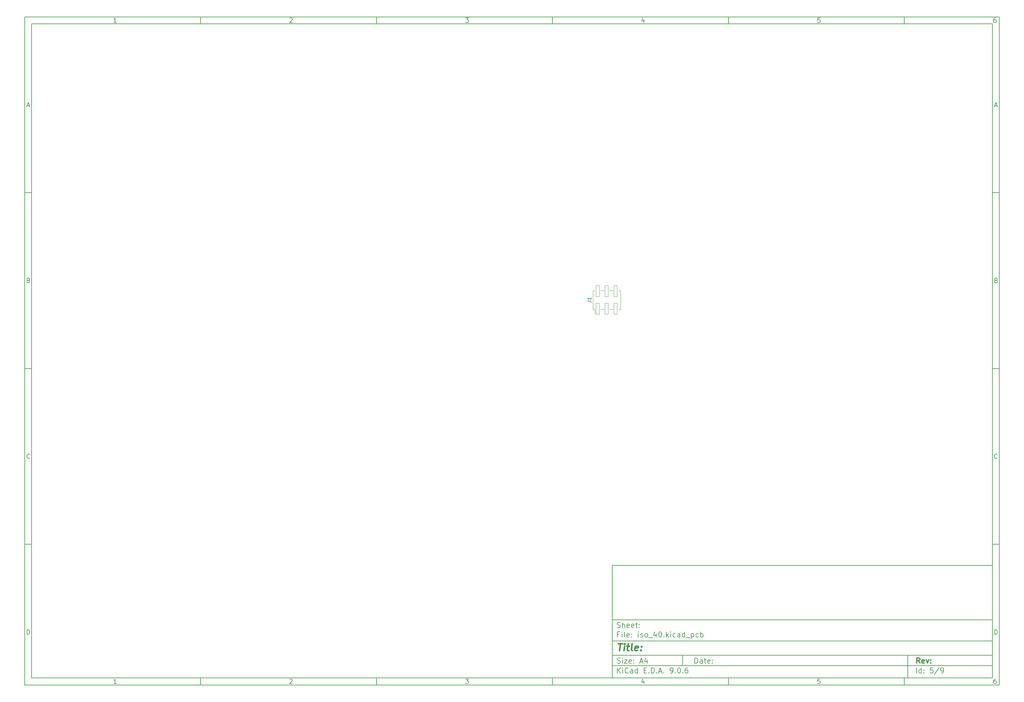
<source format=gto>
%TF.GenerationSoftware,KiCad,Pcbnew,9.0.6*%
%TF.CreationDate,2025-12-20T11:42:01+11:00*%
%TF.ProjectId,iso_40,69736f5f-3430-42e6-9b69-6361645f7063,rev?*%
%TF.SameCoordinates,Original*%
%TF.FileFunction,Legend,Top*%
%TF.FilePolarity,Positive*%
%FSLAX46Y46*%
G04 Gerber Fmt 4.6, Leading zero omitted, Abs format (unit mm)*
G04 Created by KiCad (PCBNEW 9.0.6) date 2025-12-20 11:42:01*
%MOMM*%
%LPD*%
G01*
G04 APERTURE LIST*
G04 Aperture macros list*
%AMRoundRect*
0 Rectangle with rounded corners*
0 $1 Rounding radius*
0 $2 $3 $4 $5 $6 $7 $8 $9 X,Y pos of 4 corners*
0 Add a 4 corners polygon primitive as box body*
4,1,4,$2,$3,$4,$5,$6,$7,$8,$9,$2,$3,0*
0 Add four circle primitives for the rounded corners*
1,1,$1+$1,$2,$3*
1,1,$1+$1,$4,$5*
1,1,$1+$1,$6,$7*
1,1,$1+$1,$8,$9*
0 Add four rect primitives between the rounded corners*
20,1,$1+$1,$2,$3,$4,$5,0*
20,1,$1+$1,$4,$5,$6,$7,0*
20,1,$1+$1,$6,$7,$8,$9,0*
20,1,$1+$1,$8,$9,$2,$3,0*%
G04 Aperture macros list end*
%ADD10C,0.100000*%
%ADD11C,0.150000*%
%ADD12C,0.300000*%
%ADD13C,0.400000*%
%ADD14C,0.120000*%
%ADD15C,0.750000*%
%ADD16C,1.850000*%
%ADD17C,4.087800*%
%ADD18C,3.148000*%
%ADD19C,2.350000*%
%ADD20RoundRect,0.050000X0.500000X-1.575000X0.500000X1.575000X-0.500000X1.575000X-0.500000X-1.575000X0*%
G04 APERTURE END LIST*
D10*
D11*
X177002200Y-166007200D02*
X285002200Y-166007200D01*
X285002200Y-198007200D01*
X177002200Y-198007200D01*
X177002200Y-166007200D01*
D10*
D11*
X10000000Y-10000000D02*
X287002200Y-10000000D01*
X287002200Y-200007200D01*
X10000000Y-200007200D01*
X10000000Y-10000000D01*
D10*
D11*
X12000000Y-12000000D02*
X285002200Y-12000000D01*
X285002200Y-198007200D01*
X12000000Y-198007200D01*
X12000000Y-12000000D01*
D10*
D11*
X60000000Y-12000000D02*
X60000000Y-10000000D01*
D10*
D11*
X110000000Y-12000000D02*
X110000000Y-10000000D01*
D10*
D11*
X160000000Y-12000000D02*
X160000000Y-10000000D01*
D10*
D11*
X210000000Y-12000000D02*
X210000000Y-10000000D01*
D10*
D11*
X260000000Y-12000000D02*
X260000000Y-10000000D01*
D10*
D11*
X36089160Y-11593604D02*
X35346303Y-11593604D01*
X35717731Y-11593604D02*
X35717731Y-10293604D01*
X35717731Y-10293604D02*
X35593922Y-10479319D01*
X35593922Y-10479319D02*
X35470112Y-10603128D01*
X35470112Y-10603128D02*
X35346303Y-10665033D01*
D10*
D11*
X85346303Y-10417414D02*
X85408207Y-10355509D01*
X85408207Y-10355509D02*
X85532017Y-10293604D01*
X85532017Y-10293604D02*
X85841541Y-10293604D01*
X85841541Y-10293604D02*
X85965350Y-10355509D01*
X85965350Y-10355509D02*
X86027255Y-10417414D01*
X86027255Y-10417414D02*
X86089160Y-10541223D01*
X86089160Y-10541223D02*
X86089160Y-10665033D01*
X86089160Y-10665033D02*
X86027255Y-10850747D01*
X86027255Y-10850747D02*
X85284398Y-11593604D01*
X85284398Y-11593604D02*
X86089160Y-11593604D01*
D10*
D11*
X135284398Y-10293604D02*
X136089160Y-10293604D01*
X136089160Y-10293604D02*
X135655826Y-10788842D01*
X135655826Y-10788842D02*
X135841541Y-10788842D01*
X135841541Y-10788842D02*
X135965350Y-10850747D01*
X135965350Y-10850747D02*
X136027255Y-10912652D01*
X136027255Y-10912652D02*
X136089160Y-11036461D01*
X136089160Y-11036461D02*
X136089160Y-11345985D01*
X136089160Y-11345985D02*
X136027255Y-11469795D01*
X136027255Y-11469795D02*
X135965350Y-11531700D01*
X135965350Y-11531700D02*
X135841541Y-11593604D01*
X135841541Y-11593604D02*
X135470112Y-11593604D01*
X135470112Y-11593604D02*
X135346303Y-11531700D01*
X135346303Y-11531700D02*
X135284398Y-11469795D01*
D10*
D11*
X185965350Y-10726938D02*
X185965350Y-11593604D01*
X185655826Y-10231700D02*
X185346303Y-11160271D01*
X185346303Y-11160271D02*
X186151064Y-11160271D01*
D10*
D11*
X236027255Y-10293604D02*
X235408207Y-10293604D01*
X235408207Y-10293604D02*
X235346303Y-10912652D01*
X235346303Y-10912652D02*
X235408207Y-10850747D01*
X235408207Y-10850747D02*
X235532017Y-10788842D01*
X235532017Y-10788842D02*
X235841541Y-10788842D01*
X235841541Y-10788842D02*
X235965350Y-10850747D01*
X235965350Y-10850747D02*
X236027255Y-10912652D01*
X236027255Y-10912652D02*
X236089160Y-11036461D01*
X236089160Y-11036461D02*
X236089160Y-11345985D01*
X236089160Y-11345985D02*
X236027255Y-11469795D01*
X236027255Y-11469795D02*
X235965350Y-11531700D01*
X235965350Y-11531700D02*
X235841541Y-11593604D01*
X235841541Y-11593604D02*
X235532017Y-11593604D01*
X235532017Y-11593604D02*
X235408207Y-11531700D01*
X235408207Y-11531700D02*
X235346303Y-11469795D01*
D10*
D11*
X285965350Y-10293604D02*
X285717731Y-10293604D01*
X285717731Y-10293604D02*
X285593922Y-10355509D01*
X285593922Y-10355509D02*
X285532017Y-10417414D01*
X285532017Y-10417414D02*
X285408207Y-10603128D01*
X285408207Y-10603128D02*
X285346303Y-10850747D01*
X285346303Y-10850747D02*
X285346303Y-11345985D01*
X285346303Y-11345985D02*
X285408207Y-11469795D01*
X285408207Y-11469795D02*
X285470112Y-11531700D01*
X285470112Y-11531700D02*
X285593922Y-11593604D01*
X285593922Y-11593604D02*
X285841541Y-11593604D01*
X285841541Y-11593604D02*
X285965350Y-11531700D01*
X285965350Y-11531700D02*
X286027255Y-11469795D01*
X286027255Y-11469795D02*
X286089160Y-11345985D01*
X286089160Y-11345985D02*
X286089160Y-11036461D01*
X286089160Y-11036461D02*
X286027255Y-10912652D01*
X286027255Y-10912652D02*
X285965350Y-10850747D01*
X285965350Y-10850747D02*
X285841541Y-10788842D01*
X285841541Y-10788842D02*
X285593922Y-10788842D01*
X285593922Y-10788842D02*
X285470112Y-10850747D01*
X285470112Y-10850747D02*
X285408207Y-10912652D01*
X285408207Y-10912652D02*
X285346303Y-11036461D01*
D10*
D11*
X60000000Y-198007200D02*
X60000000Y-200007200D01*
D10*
D11*
X110000000Y-198007200D02*
X110000000Y-200007200D01*
D10*
D11*
X160000000Y-198007200D02*
X160000000Y-200007200D01*
D10*
D11*
X210000000Y-198007200D02*
X210000000Y-200007200D01*
D10*
D11*
X260000000Y-198007200D02*
X260000000Y-200007200D01*
D10*
D11*
X36089160Y-199600804D02*
X35346303Y-199600804D01*
X35717731Y-199600804D02*
X35717731Y-198300804D01*
X35717731Y-198300804D02*
X35593922Y-198486519D01*
X35593922Y-198486519D02*
X35470112Y-198610328D01*
X35470112Y-198610328D02*
X35346303Y-198672233D01*
D10*
D11*
X85346303Y-198424614D02*
X85408207Y-198362709D01*
X85408207Y-198362709D02*
X85532017Y-198300804D01*
X85532017Y-198300804D02*
X85841541Y-198300804D01*
X85841541Y-198300804D02*
X85965350Y-198362709D01*
X85965350Y-198362709D02*
X86027255Y-198424614D01*
X86027255Y-198424614D02*
X86089160Y-198548423D01*
X86089160Y-198548423D02*
X86089160Y-198672233D01*
X86089160Y-198672233D02*
X86027255Y-198857947D01*
X86027255Y-198857947D02*
X85284398Y-199600804D01*
X85284398Y-199600804D02*
X86089160Y-199600804D01*
D10*
D11*
X135284398Y-198300804D02*
X136089160Y-198300804D01*
X136089160Y-198300804D02*
X135655826Y-198796042D01*
X135655826Y-198796042D02*
X135841541Y-198796042D01*
X135841541Y-198796042D02*
X135965350Y-198857947D01*
X135965350Y-198857947D02*
X136027255Y-198919852D01*
X136027255Y-198919852D02*
X136089160Y-199043661D01*
X136089160Y-199043661D02*
X136089160Y-199353185D01*
X136089160Y-199353185D02*
X136027255Y-199476995D01*
X136027255Y-199476995D02*
X135965350Y-199538900D01*
X135965350Y-199538900D02*
X135841541Y-199600804D01*
X135841541Y-199600804D02*
X135470112Y-199600804D01*
X135470112Y-199600804D02*
X135346303Y-199538900D01*
X135346303Y-199538900D02*
X135284398Y-199476995D01*
D10*
D11*
X185965350Y-198734138D02*
X185965350Y-199600804D01*
X185655826Y-198238900D02*
X185346303Y-199167471D01*
X185346303Y-199167471D02*
X186151064Y-199167471D01*
D10*
D11*
X236027255Y-198300804D02*
X235408207Y-198300804D01*
X235408207Y-198300804D02*
X235346303Y-198919852D01*
X235346303Y-198919852D02*
X235408207Y-198857947D01*
X235408207Y-198857947D02*
X235532017Y-198796042D01*
X235532017Y-198796042D02*
X235841541Y-198796042D01*
X235841541Y-198796042D02*
X235965350Y-198857947D01*
X235965350Y-198857947D02*
X236027255Y-198919852D01*
X236027255Y-198919852D02*
X236089160Y-199043661D01*
X236089160Y-199043661D02*
X236089160Y-199353185D01*
X236089160Y-199353185D02*
X236027255Y-199476995D01*
X236027255Y-199476995D02*
X235965350Y-199538900D01*
X235965350Y-199538900D02*
X235841541Y-199600804D01*
X235841541Y-199600804D02*
X235532017Y-199600804D01*
X235532017Y-199600804D02*
X235408207Y-199538900D01*
X235408207Y-199538900D02*
X235346303Y-199476995D01*
D10*
D11*
X285965350Y-198300804D02*
X285717731Y-198300804D01*
X285717731Y-198300804D02*
X285593922Y-198362709D01*
X285593922Y-198362709D02*
X285532017Y-198424614D01*
X285532017Y-198424614D02*
X285408207Y-198610328D01*
X285408207Y-198610328D02*
X285346303Y-198857947D01*
X285346303Y-198857947D02*
X285346303Y-199353185D01*
X285346303Y-199353185D02*
X285408207Y-199476995D01*
X285408207Y-199476995D02*
X285470112Y-199538900D01*
X285470112Y-199538900D02*
X285593922Y-199600804D01*
X285593922Y-199600804D02*
X285841541Y-199600804D01*
X285841541Y-199600804D02*
X285965350Y-199538900D01*
X285965350Y-199538900D02*
X286027255Y-199476995D01*
X286027255Y-199476995D02*
X286089160Y-199353185D01*
X286089160Y-199353185D02*
X286089160Y-199043661D01*
X286089160Y-199043661D02*
X286027255Y-198919852D01*
X286027255Y-198919852D02*
X285965350Y-198857947D01*
X285965350Y-198857947D02*
X285841541Y-198796042D01*
X285841541Y-198796042D02*
X285593922Y-198796042D01*
X285593922Y-198796042D02*
X285470112Y-198857947D01*
X285470112Y-198857947D02*
X285408207Y-198919852D01*
X285408207Y-198919852D02*
X285346303Y-199043661D01*
D10*
D11*
X10000000Y-60000000D02*
X12000000Y-60000000D01*
D10*
D11*
X10000000Y-110000000D02*
X12000000Y-110000000D01*
D10*
D11*
X10000000Y-160000000D02*
X12000000Y-160000000D01*
D10*
D11*
X10690476Y-35222176D02*
X11309523Y-35222176D01*
X10566666Y-35593604D02*
X10999999Y-34293604D01*
X10999999Y-34293604D02*
X11433333Y-35593604D01*
D10*
D11*
X11092857Y-84912652D02*
X11278571Y-84974557D01*
X11278571Y-84974557D02*
X11340476Y-85036461D01*
X11340476Y-85036461D02*
X11402380Y-85160271D01*
X11402380Y-85160271D02*
X11402380Y-85345985D01*
X11402380Y-85345985D02*
X11340476Y-85469795D01*
X11340476Y-85469795D02*
X11278571Y-85531700D01*
X11278571Y-85531700D02*
X11154761Y-85593604D01*
X11154761Y-85593604D02*
X10659523Y-85593604D01*
X10659523Y-85593604D02*
X10659523Y-84293604D01*
X10659523Y-84293604D02*
X11092857Y-84293604D01*
X11092857Y-84293604D02*
X11216666Y-84355509D01*
X11216666Y-84355509D02*
X11278571Y-84417414D01*
X11278571Y-84417414D02*
X11340476Y-84541223D01*
X11340476Y-84541223D02*
X11340476Y-84665033D01*
X11340476Y-84665033D02*
X11278571Y-84788842D01*
X11278571Y-84788842D02*
X11216666Y-84850747D01*
X11216666Y-84850747D02*
X11092857Y-84912652D01*
X11092857Y-84912652D02*
X10659523Y-84912652D01*
D10*
D11*
X11402380Y-135469795D02*
X11340476Y-135531700D01*
X11340476Y-135531700D02*
X11154761Y-135593604D01*
X11154761Y-135593604D02*
X11030952Y-135593604D01*
X11030952Y-135593604D02*
X10845238Y-135531700D01*
X10845238Y-135531700D02*
X10721428Y-135407890D01*
X10721428Y-135407890D02*
X10659523Y-135284080D01*
X10659523Y-135284080D02*
X10597619Y-135036461D01*
X10597619Y-135036461D02*
X10597619Y-134850747D01*
X10597619Y-134850747D02*
X10659523Y-134603128D01*
X10659523Y-134603128D02*
X10721428Y-134479319D01*
X10721428Y-134479319D02*
X10845238Y-134355509D01*
X10845238Y-134355509D02*
X11030952Y-134293604D01*
X11030952Y-134293604D02*
X11154761Y-134293604D01*
X11154761Y-134293604D02*
X11340476Y-134355509D01*
X11340476Y-134355509D02*
X11402380Y-134417414D01*
D10*
D11*
X10659523Y-185593604D02*
X10659523Y-184293604D01*
X10659523Y-184293604D02*
X10969047Y-184293604D01*
X10969047Y-184293604D02*
X11154761Y-184355509D01*
X11154761Y-184355509D02*
X11278571Y-184479319D01*
X11278571Y-184479319D02*
X11340476Y-184603128D01*
X11340476Y-184603128D02*
X11402380Y-184850747D01*
X11402380Y-184850747D02*
X11402380Y-185036461D01*
X11402380Y-185036461D02*
X11340476Y-185284080D01*
X11340476Y-185284080D02*
X11278571Y-185407890D01*
X11278571Y-185407890D02*
X11154761Y-185531700D01*
X11154761Y-185531700D02*
X10969047Y-185593604D01*
X10969047Y-185593604D02*
X10659523Y-185593604D01*
D10*
D11*
X287002200Y-60000000D02*
X285002200Y-60000000D01*
D10*
D11*
X287002200Y-110000000D02*
X285002200Y-110000000D01*
D10*
D11*
X287002200Y-160000000D02*
X285002200Y-160000000D01*
D10*
D11*
X285692676Y-35222176D02*
X286311723Y-35222176D01*
X285568866Y-35593604D02*
X286002199Y-34293604D01*
X286002199Y-34293604D02*
X286435533Y-35593604D01*
D10*
D11*
X286095057Y-84912652D02*
X286280771Y-84974557D01*
X286280771Y-84974557D02*
X286342676Y-85036461D01*
X286342676Y-85036461D02*
X286404580Y-85160271D01*
X286404580Y-85160271D02*
X286404580Y-85345985D01*
X286404580Y-85345985D02*
X286342676Y-85469795D01*
X286342676Y-85469795D02*
X286280771Y-85531700D01*
X286280771Y-85531700D02*
X286156961Y-85593604D01*
X286156961Y-85593604D02*
X285661723Y-85593604D01*
X285661723Y-85593604D02*
X285661723Y-84293604D01*
X285661723Y-84293604D02*
X286095057Y-84293604D01*
X286095057Y-84293604D02*
X286218866Y-84355509D01*
X286218866Y-84355509D02*
X286280771Y-84417414D01*
X286280771Y-84417414D02*
X286342676Y-84541223D01*
X286342676Y-84541223D02*
X286342676Y-84665033D01*
X286342676Y-84665033D02*
X286280771Y-84788842D01*
X286280771Y-84788842D02*
X286218866Y-84850747D01*
X286218866Y-84850747D02*
X286095057Y-84912652D01*
X286095057Y-84912652D02*
X285661723Y-84912652D01*
D10*
D11*
X286404580Y-135469795D02*
X286342676Y-135531700D01*
X286342676Y-135531700D02*
X286156961Y-135593604D01*
X286156961Y-135593604D02*
X286033152Y-135593604D01*
X286033152Y-135593604D02*
X285847438Y-135531700D01*
X285847438Y-135531700D02*
X285723628Y-135407890D01*
X285723628Y-135407890D02*
X285661723Y-135284080D01*
X285661723Y-135284080D02*
X285599819Y-135036461D01*
X285599819Y-135036461D02*
X285599819Y-134850747D01*
X285599819Y-134850747D02*
X285661723Y-134603128D01*
X285661723Y-134603128D02*
X285723628Y-134479319D01*
X285723628Y-134479319D02*
X285847438Y-134355509D01*
X285847438Y-134355509D02*
X286033152Y-134293604D01*
X286033152Y-134293604D02*
X286156961Y-134293604D01*
X286156961Y-134293604D02*
X286342676Y-134355509D01*
X286342676Y-134355509D02*
X286404580Y-134417414D01*
D10*
D11*
X285661723Y-185593604D02*
X285661723Y-184293604D01*
X285661723Y-184293604D02*
X285971247Y-184293604D01*
X285971247Y-184293604D02*
X286156961Y-184355509D01*
X286156961Y-184355509D02*
X286280771Y-184479319D01*
X286280771Y-184479319D02*
X286342676Y-184603128D01*
X286342676Y-184603128D02*
X286404580Y-184850747D01*
X286404580Y-184850747D02*
X286404580Y-185036461D01*
X286404580Y-185036461D02*
X286342676Y-185284080D01*
X286342676Y-185284080D02*
X286280771Y-185407890D01*
X286280771Y-185407890D02*
X286156961Y-185531700D01*
X286156961Y-185531700D02*
X285971247Y-185593604D01*
X285971247Y-185593604D02*
X285661723Y-185593604D01*
D10*
D11*
X200458026Y-193793328D02*
X200458026Y-192293328D01*
X200458026Y-192293328D02*
X200815169Y-192293328D01*
X200815169Y-192293328D02*
X201029455Y-192364757D01*
X201029455Y-192364757D02*
X201172312Y-192507614D01*
X201172312Y-192507614D02*
X201243741Y-192650471D01*
X201243741Y-192650471D02*
X201315169Y-192936185D01*
X201315169Y-192936185D02*
X201315169Y-193150471D01*
X201315169Y-193150471D02*
X201243741Y-193436185D01*
X201243741Y-193436185D02*
X201172312Y-193579042D01*
X201172312Y-193579042D02*
X201029455Y-193721900D01*
X201029455Y-193721900D02*
X200815169Y-193793328D01*
X200815169Y-193793328D02*
X200458026Y-193793328D01*
X202600884Y-193793328D02*
X202600884Y-193007614D01*
X202600884Y-193007614D02*
X202529455Y-192864757D01*
X202529455Y-192864757D02*
X202386598Y-192793328D01*
X202386598Y-192793328D02*
X202100884Y-192793328D01*
X202100884Y-192793328D02*
X201958026Y-192864757D01*
X202600884Y-193721900D02*
X202458026Y-193793328D01*
X202458026Y-193793328D02*
X202100884Y-193793328D01*
X202100884Y-193793328D02*
X201958026Y-193721900D01*
X201958026Y-193721900D02*
X201886598Y-193579042D01*
X201886598Y-193579042D02*
X201886598Y-193436185D01*
X201886598Y-193436185D02*
X201958026Y-193293328D01*
X201958026Y-193293328D02*
X202100884Y-193221900D01*
X202100884Y-193221900D02*
X202458026Y-193221900D01*
X202458026Y-193221900D02*
X202600884Y-193150471D01*
X203100884Y-192793328D02*
X203672312Y-192793328D01*
X203315169Y-192293328D02*
X203315169Y-193579042D01*
X203315169Y-193579042D02*
X203386598Y-193721900D01*
X203386598Y-193721900D02*
X203529455Y-193793328D01*
X203529455Y-193793328D02*
X203672312Y-193793328D01*
X204743741Y-193721900D02*
X204600884Y-193793328D01*
X204600884Y-193793328D02*
X204315170Y-193793328D01*
X204315170Y-193793328D02*
X204172312Y-193721900D01*
X204172312Y-193721900D02*
X204100884Y-193579042D01*
X204100884Y-193579042D02*
X204100884Y-193007614D01*
X204100884Y-193007614D02*
X204172312Y-192864757D01*
X204172312Y-192864757D02*
X204315170Y-192793328D01*
X204315170Y-192793328D02*
X204600884Y-192793328D01*
X204600884Y-192793328D02*
X204743741Y-192864757D01*
X204743741Y-192864757D02*
X204815170Y-193007614D01*
X204815170Y-193007614D02*
X204815170Y-193150471D01*
X204815170Y-193150471D02*
X204100884Y-193293328D01*
X205458026Y-193650471D02*
X205529455Y-193721900D01*
X205529455Y-193721900D02*
X205458026Y-193793328D01*
X205458026Y-193793328D02*
X205386598Y-193721900D01*
X205386598Y-193721900D02*
X205458026Y-193650471D01*
X205458026Y-193650471D02*
X205458026Y-193793328D01*
X205458026Y-192864757D02*
X205529455Y-192936185D01*
X205529455Y-192936185D02*
X205458026Y-193007614D01*
X205458026Y-193007614D02*
X205386598Y-192936185D01*
X205386598Y-192936185D02*
X205458026Y-192864757D01*
X205458026Y-192864757D02*
X205458026Y-193007614D01*
D10*
D11*
X177002200Y-194507200D02*
X285002200Y-194507200D01*
D10*
D11*
X178458026Y-196593328D02*
X178458026Y-195093328D01*
X179315169Y-196593328D02*
X178672312Y-195736185D01*
X179315169Y-195093328D02*
X178458026Y-195950471D01*
X179958026Y-196593328D02*
X179958026Y-195593328D01*
X179958026Y-195093328D02*
X179886598Y-195164757D01*
X179886598Y-195164757D02*
X179958026Y-195236185D01*
X179958026Y-195236185D02*
X180029455Y-195164757D01*
X180029455Y-195164757D02*
X179958026Y-195093328D01*
X179958026Y-195093328D02*
X179958026Y-195236185D01*
X181529455Y-196450471D02*
X181458027Y-196521900D01*
X181458027Y-196521900D02*
X181243741Y-196593328D01*
X181243741Y-196593328D02*
X181100884Y-196593328D01*
X181100884Y-196593328D02*
X180886598Y-196521900D01*
X180886598Y-196521900D02*
X180743741Y-196379042D01*
X180743741Y-196379042D02*
X180672312Y-196236185D01*
X180672312Y-196236185D02*
X180600884Y-195950471D01*
X180600884Y-195950471D02*
X180600884Y-195736185D01*
X180600884Y-195736185D02*
X180672312Y-195450471D01*
X180672312Y-195450471D02*
X180743741Y-195307614D01*
X180743741Y-195307614D02*
X180886598Y-195164757D01*
X180886598Y-195164757D02*
X181100884Y-195093328D01*
X181100884Y-195093328D02*
X181243741Y-195093328D01*
X181243741Y-195093328D02*
X181458027Y-195164757D01*
X181458027Y-195164757D02*
X181529455Y-195236185D01*
X182815170Y-196593328D02*
X182815170Y-195807614D01*
X182815170Y-195807614D02*
X182743741Y-195664757D01*
X182743741Y-195664757D02*
X182600884Y-195593328D01*
X182600884Y-195593328D02*
X182315170Y-195593328D01*
X182315170Y-195593328D02*
X182172312Y-195664757D01*
X182815170Y-196521900D02*
X182672312Y-196593328D01*
X182672312Y-196593328D02*
X182315170Y-196593328D01*
X182315170Y-196593328D02*
X182172312Y-196521900D01*
X182172312Y-196521900D02*
X182100884Y-196379042D01*
X182100884Y-196379042D02*
X182100884Y-196236185D01*
X182100884Y-196236185D02*
X182172312Y-196093328D01*
X182172312Y-196093328D02*
X182315170Y-196021900D01*
X182315170Y-196021900D02*
X182672312Y-196021900D01*
X182672312Y-196021900D02*
X182815170Y-195950471D01*
X184172313Y-196593328D02*
X184172313Y-195093328D01*
X184172313Y-196521900D02*
X184029455Y-196593328D01*
X184029455Y-196593328D02*
X183743741Y-196593328D01*
X183743741Y-196593328D02*
X183600884Y-196521900D01*
X183600884Y-196521900D02*
X183529455Y-196450471D01*
X183529455Y-196450471D02*
X183458027Y-196307614D01*
X183458027Y-196307614D02*
X183458027Y-195879042D01*
X183458027Y-195879042D02*
X183529455Y-195736185D01*
X183529455Y-195736185D02*
X183600884Y-195664757D01*
X183600884Y-195664757D02*
X183743741Y-195593328D01*
X183743741Y-195593328D02*
X184029455Y-195593328D01*
X184029455Y-195593328D02*
X184172313Y-195664757D01*
X186029455Y-195807614D02*
X186529455Y-195807614D01*
X186743741Y-196593328D02*
X186029455Y-196593328D01*
X186029455Y-196593328D02*
X186029455Y-195093328D01*
X186029455Y-195093328D02*
X186743741Y-195093328D01*
X187386598Y-196450471D02*
X187458027Y-196521900D01*
X187458027Y-196521900D02*
X187386598Y-196593328D01*
X187386598Y-196593328D02*
X187315170Y-196521900D01*
X187315170Y-196521900D02*
X187386598Y-196450471D01*
X187386598Y-196450471D02*
X187386598Y-196593328D01*
X188100884Y-196593328D02*
X188100884Y-195093328D01*
X188100884Y-195093328D02*
X188458027Y-195093328D01*
X188458027Y-195093328D02*
X188672313Y-195164757D01*
X188672313Y-195164757D02*
X188815170Y-195307614D01*
X188815170Y-195307614D02*
X188886599Y-195450471D01*
X188886599Y-195450471D02*
X188958027Y-195736185D01*
X188958027Y-195736185D02*
X188958027Y-195950471D01*
X188958027Y-195950471D02*
X188886599Y-196236185D01*
X188886599Y-196236185D02*
X188815170Y-196379042D01*
X188815170Y-196379042D02*
X188672313Y-196521900D01*
X188672313Y-196521900D02*
X188458027Y-196593328D01*
X188458027Y-196593328D02*
X188100884Y-196593328D01*
X189600884Y-196450471D02*
X189672313Y-196521900D01*
X189672313Y-196521900D02*
X189600884Y-196593328D01*
X189600884Y-196593328D02*
X189529456Y-196521900D01*
X189529456Y-196521900D02*
X189600884Y-196450471D01*
X189600884Y-196450471D02*
X189600884Y-196593328D01*
X190243742Y-196164757D02*
X190958028Y-196164757D01*
X190100885Y-196593328D02*
X190600885Y-195093328D01*
X190600885Y-195093328D02*
X191100885Y-196593328D01*
X191600884Y-196450471D02*
X191672313Y-196521900D01*
X191672313Y-196521900D02*
X191600884Y-196593328D01*
X191600884Y-196593328D02*
X191529456Y-196521900D01*
X191529456Y-196521900D02*
X191600884Y-196450471D01*
X191600884Y-196450471D02*
X191600884Y-196593328D01*
X193529456Y-196593328D02*
X193815170Y-196593328D01*
X193815170Y-196593328D02*
X193958027Y-196521900D01*
X193958027Y-196521900D02*
X194029456Y-196450471D01*
X194029456Y-196450471D02*
X194172313Y-196236185D01*
X194172313Y-196236185D02*
X194243742Y-195950471D01*
X194243742Y-195950471D02*
X194243742Y-195379042D01*
X194243742Y-195379042D02*
X194172313Y-195236185D01*
X194172313Y-195236185D02*
X194100885Y-195164757D01*
X194100885Y-195164757D02*
X193958027Y-195093328D01*
X193958027Y-195093328D02*
X193672313Y-195093328D01*
X193672313Y-195093328D02*
X193529456Y-195164757D01*
X193529456Y-195164757D02*
X193458027Y-195236185D01*
X193458027Y-195236185D02*
X193386599Y-195379042D01*
X193386599Y-195379042D02*
X193386599Y-195736185D01*
X193386599Y-195736185D02*
X193458027Y-195879042D01*
X193458027Y-195879042D02*
X193529456Y-195950471D01*
X193529456Y-195950471D02*
X193672313Y-196021900D01*
X193672313Y-196021900D02*
X193958027Y-196021900D01*
X193958027Y-196021900D02*
X194100885Y-195950471D01*
X194100885Y-195950471D02*
X194172313Y-195879042D01*
X194172313Y-195879042D02*
X194243742Y-195736185D01*
X194886598Y-196450471D02*
X194958027Y-196521900D01*
X194958027Y-196521900D02*
X194886598Y-196593328D01*
X194886598Y-196593328D02*
X194815170Y-196521900D01*
X194815170Y-196521900D02*
X194886598Y-196450471D01*
X194886598Y-196450471D02*
X194886598Y-196593328D01*
X195886599Y-195093328D02*
X196029456Y-195093328D01*
X196029456Y-195093328D02*
X196172313Y-195164757D01*
X196172313Y-195164757D02*
X196243742Y-195236185D01*
X196243742Y-195236185D02*
X196315170Y-195379042D01*
X196315170Y-195379042D02*
X196386599Y-195664757D01*
X196386599Y-195664757D02*
X196386599Y-196021900D01*
X196386599Y-196021900D02*
X196315170Y-196307614D01*
X196315170Y-196307614D02*
X196243742Y-196450471D01*
X196243742Y-196450471D02*
X196172313Y-196521900D01*
X196172313Y-196521900D02*
X196029456Y-196593328D01*
X196029456Y-196593328D02*
X195886599Y-196593328D01*
X195886599Y-196593328D02*
X195743742Y-196521900D01*
X195743742Y-196521900D02*
X195672313Y-196450471D01*
X195672313Y-196450471D02*
X195600884Y-196307614D01*
X195600884Y-196307614D02*
X195529456Y-196021900D01*
X195529456Y-196021900D02*
X195529456Y-195664757D01*
X195529456Y-195664757D02*
X195600884Y-195379042D01*
X195600884Y-195379042D02*
X195672313Y-195236185D01*
X195672313Y-195236185D02*
X195743742Y-195164757D01*
X195743742Y-195164757D02*
X195886599Y-195093328D01*
X197029455Y-196450471D02*
X197100884Y-196521900D01*
X197100884Y-196521900D02*
X197029455Y-196593328D01*
X197029455Y-196593328D02*
X196958027Y-196521900D01*
X196958027Y-196521900D02*
X197029455Y-196450471D01*
X197029455Y-196450471D02*
X197029455Y-196593328D01*
X198386599Y-195093328D02*
X198100884Y-195093328D01*
X198100884Y-195093328D02*
X197958027Y-195164757D01*
X197958027Y-195164757D02*
X197886599Y-195236185D01*
X197886599Y-195236185D02*
X197743741Y-195450471D01*
X197743741Y-195450471D02*
X197672313Y-195736185D01*
X197672313Y-195736185D02*
X197672313Y-196307614D01*
X197672313Y-196307614D02*
X197743741Y-196450471D01*
X197743741Y-196450471D02*
X197815170Y-196521900D01*
X197815170Y-196521900D02*
X197958027Y-196593328D01*
X197958027Y-196593328D02*
X198243741Y-196593328D01*
X198243741Y-196593328D02*
X198386599Y-196521900D01*
X198386599Y-196521900D02*
X198458027Y-196450471D01*
X198458027Y-196450471D02*
X198529456Y-196307614D01*
X198529456Y-196307614D02*
X198529456Y-195950471D01*
X198529456Y-195950471D02*
X198458027Y-195807614D01*
X198458027Y-195807614D02*
X198386599Y-195736185D01*
X198386599Y-195736185D02*
X198243741Y-195664757D01*
X198243741Y-195664757D02*
X197958027Y-195664757D01*
X197958027Y-195664757D02*
X197815170Y-195736185D01*
X197815170Y-195736185D02*
X197743741Y-195807614D01*
X197743741Y-195807614D02*
X197672313Y-195950471D01*
D10*
D11*
X177002200Y-191507200D02*
X285002200Y-191507200D01*
D10*
D12*
X264413853Y-193785528D02*
X263913853Y-193071242D01*
X263556710Y-193785528D02*
X263556710Y-192285528D01*
X263556710Y-192285528D02*
X264128139Y-192285528D01*
X264128139Y-192285528D02*
X264270996Y-192356957D01*
X264270996Y-192356957D02*
X264342425Y-192428385D01*
X264342425Y-192428385D02*
X264413853Y-192571242D01*
X264413853Y-192571242D02*
X264413853Y-192785528D01*
X264413853Y-192785528D02*
X264342425Y-192928385D01*
X264342425Y-192928385D02*
X264270996Y-192999814D01*
X264270996Y-192999814D02*
X264128139Y-193071242D01*
X264128139Y-193071242D02*
X263556710Y-193071242D01*
X265628139Y-193714100D02*
X265485282Y-193785528D01*
X265485282Y-193785528D02*
X265199568Y-193785528D01*
X265199568Y-193785528D02*
X265056710Y-193714100D01*
X265056710Y-193714100D02*
X264985282Y-193571242D01*
X264985282Y-193571242D02*
X264985282Y-192999814D01*
X264985282Y-192999814D02*
X265056710Y-192856957D01*
X265056710Y-192856957D02*
X265199568Y-192785528D01*
X265199568Y-192785528D02*
X265485282Y-192785528D01*
X265485282Y-192785528D02*
X265628139Y-192856957D01*
X265628139Y-192856957D02*
X265699568Y-192999814D01*
X265699568Y-192999814D02*
X265699568Y-193142671D01*
X265699568Y-193142671D02*
X264985282Y-193285528D01*
X266199567Y-192785528D02*
X266556710Y-193785528D01*
X266556710Y-193785528D02*
X266913853Y-192785528D01*
X267485281Y-193642671D02*
X267556710Y-193714100D01*
X267556710Y-193714100D02*
X267485281Y-193785528D01*
X267485281Y-193785528D02*
X267413853Y-193714100D01*
X267413853Y-193714100D02*
X267485281Y-193642671D01*
X267485281Y-193642671D02*
X267485281Y-193785528D01*
X267485281Y-192856957D02*
X267556710Y-192928385D01*
X267556710Y-192928385D02*
X267485281Y-192999814D01*
X267485281Y-192999814D02*
X267413853Y-192928385D01*
X267413853Y-192928385D02*
X267485281Y-192856957D01*
X267485281Y-192856957D02*
X267485281Y-192999814D01*
D10*
D11*
X178386598Y-193721900D02*
X178600884Y-193793328D01*
X178600884Y-193793328D02*
X178958026Y-193793328D01*
X178958026Y-193793328D02*
X179100884Y-193721900D01*
X179100884Y-193721900D02*
X179172312Y-193650471D01*
X179172312Y-193650471D02*
X179243741Y-193507614D01*
X179243741Y-193507614D02*
X179243741Y-193364757D01*
X179243741Y-193364757D02*
X179172312Y-193221900D01*
X179172312Y-193221900D02*
X179100884Y-193150471D01*
X179100884Y-193150471D02*
X178958026Y-193079042D01*
X178958026Y-193079042D02*
X178672312Y-193007614D01*
X178672312Y-193007614D02*
X178529455Y-192936185D01*
X178529455Y-192936185D02*
X178458026Y-192864757D01*
X178458026Y-192864757D02*
X178386598Y-192721900D01*
X178386598Y-192721900D02*
X178386598Y-192579042D01*
X178386598Y-192579042D02*
X178458026Y-192436185D01*
X178458026Y-192436185D02*
X178529455Y-192364757D01*
X178529455Y-192364757D02*
X178672312Y-192293328D01*
X178672312Y-192293328D02*
X179029455Y-192293328D01*
X179029455Y-192293328D02*
X179243741Y-192364757D01*
X179886597Y-193793328D02*
X179886597Y-192793328D01*
X179886597Y-192293328D02*
X179815169Y-192364757D01*
X179815169Y-192364757D02*
X179886597Y-192436185D01*
X179886597Y-192436185D02*
X179958026Y-192364757D01*
X179958026Y-192364757D02*
X179886597Y-192293328D01*
X179886597Y-192293328D02*
X179886597Y-192436185D01*
X180458026Y-192793328D02*
X181243741Y-192793328D01*
X181243741Y-192793328D02*
X180458026Y-193793328D01*
X180458026Y-193793328D02*
X181243741Y-193793328D01*
X182386598Y-193721900D02*
X182243741Y-193793328D01*
X182243741Y-193793328D02*
X181958027Y-193793328D01*
X181958027Y-193793328D02*
X181815169Y-193721900D01*
X181815169Y-193721900D02*
X181743741Y-193579042D01*
X181743741Y-193579042D02*
X181743741Y-193007614D01*
X181743741Y-193007614D02*
X181815169Y-192864757D01*
X181815169Y-192864757D02*
X181958027Y-192793328D01*
X181958027Y-192793328D02*
X182243741Y-192793328D01*
X182243741Y-192793328D02*
X182386598Y-192864757D01*
X182386598Y-192864757D02*
X182458027Y-193007614D01*
X182458027Y-193007614D02*
X182458027Y-193150471D01*
X182458027Y-193150471D02*
X181743741Y-193293328D01*
X183100883Y-193650471D02*
X183172312Y-193721900D01*
X183172312Y-193721900D02*
X183100883Y-193793328D01*
X183100883Y-193793328D02*
X183029455Y-193721900D01*
X183029455Y-193721900D02*
X183100883Y-193650471D01*
X183100883Y-193650471D02*
X183100883Y-193793328D01*
X183100883Y-192864757D02*
X183172312Y-192936185D01*
X183172312Y-192936185D02*
X183100883Y-193007614D01*
X183100883Y-193007614D02*
X183029455Y-192936185D01*
X183029455Y-192936185D02*
X183100883Y-192864757D01*
X183100883Y-192864757D02*
X183100883Y-193007614D01*
X184886598Y-193364757D02*
X185600884Y-193364757D01*
X184743741Y-193793328D02*
X185243741Y-192293328D01*
X185243741Y-192293328D02*
X185743741Y-193793328D01*
X186886598Y-192793328D02*
X186886598Y-193793328D01*
X186529455Y-192221900D02*
X186172312Y-193293328D01*
X186172312Y-193293328D02*
X187100883Y-193293328D01*
D10*
D11*
X263458026Y-196593328D02*
X263458026Y-195093328D01*
X264815170Y-196593328D02*
X264815170Y-195093328D01*
X264815170Y-196521900D02*
X264672312Y-196593328D01*
X264672312Y-196593328D02*
X264386598Y-196593328D01*
X264386598Y-196593328D02*
X264243741Y-196521900D01*
X264243741Y-196521900D02*
X264172312Y-196450471D01*
X264172312Y-196450471D02*
X264100884Y-196307614D01*
X264100884Y-196307614D02*
X264100884Y-195879042D01*
X264100884Y-195879042D02*
X264172312Y-195736185D01*
X264172312Y-195736185D02*
X264243741Y-195664757D01*
X264243741Y-195664757D02*
X264386598Y-195593328D01*
X264386598Y-195593328D02*
X264672312Y-195593328D01*
X264672312Y-195593328D02*
X264815170Y-195664757D01*
X265529455Y-196450471D02*
X265600884Y-196521900D01*
X265600884Y-196521900D02*
X265529455Y-196593328D01*
X265529455Y-196593328D02*
X265458027Y-196521900D01*
X265458027Y-196521900D02*
X265529455Y-196450471D01*
X265529455Y-196450471D02*
X265529455Y-196593328D01*
X265529455Y-195664757D02*
X265600884Y-195736185D01*
X265600884Y-195736185D02*
X265529455Y-195807614D01*
X265529455Y-195807614D02*
X265458027Y-195736185D01*
X265458027Y-195736185D02*
X265529455Y-195664757D01*
X265529455Y-195664757D02*
X265529455Y-195807614D01*
X268100884Y-195093328D02*
X267386598Y-195093328D01*
X267386598Y-195093328D02*
X267315170Y-195807614D01*
X267315170Y-195807614D02*
X267386598Y-195736185D01*
X267386598Y-195736185D02*
X267529456Y-195664757D01*
X267529456Y-195664757D02*
X267886598Y-195664757D01*
X267886598Y-195664757D02*
X268029456Y-195736185D01*
X268029456Y-195736185D02*
X268100884Y-195807614D01*
X268100884Y-195807614D02*
X268172313Y-195950471D01*
X268172313Y-195950471D02*
X268172313Y-196307614D01*
X268172313Y-196307614D02*
X268100884Y-196450471D01*
X268100884Y-196450471D02*
X268029456Y-196521900D01*
X268029456Y-196521900D02*
X267886598Y-196593328D01*
X267886598Y-196593328D02*
X267529456Y-196593328D01*
X267529456Y-196593328D02*
X267386598Y-196521900D01*
X267386598Y-196521900D02*
X267315170Y-196450471D01*
X269886598Y-195021900D02*
X268600884Y-196950471D01*
X270458027Y-196593328D02*
X270743741Y-196593328D01*
X270743741Y-196593328D02*
X270886598Y-196521900D01*
X270886598Y-196521900D02*
X270958027Y-196450471D01*
X270958027Y-196450471D02*
X271100884Y-196236185D01*
X271100884Y-196236185D02*
X271172313Y-195950471D01*
X271172313Y-195950471D02*
X271172313Y-195379042D01*
X271172313Y-195379042D02*
X271100884Y-195236185D01*
X271100884Y-195236185D02*
X271029456Y-195164757D01*
X271029456Y-195164757D02*
X270886598Y-195093328D01*
X270886598Y-195093328D02*
X270600884Y-195093328D01*
X270600884Y-195093328D02*
X270458027Y-195164757D01*
X270458027Y-195164757D02*
X270386598Y-195236185D01*
X270386598Y-195236185D02*
X270315170Y-195379042D01*
X270315170Y-195379042D02*
X270315170Y-195736185D01*
X270315170Y-195736185D02*
X270386598Y-195879042D01*
X270386598Y-195879042D02*
X270458027Y-195950471D01*
X270458027Y-195950471D02*
X270600884Y-196021900D01*
X270600884Y-196021900D02*
X270886598Y-196021900D01*
X270886598Y-196021900D02*
X271029456Y-195950471D01*
X271029456Y-195950471D02*
X271100884Y-195879042D01*
X271100884Y-195879042D02*
X271172313Y-195736185D01*
D10*
D11*
X177002200Y-187507200D02*
X285002200Y-187507200D01*
D10*
D13*
X178693928Y-188211638D02*
X179836785Y-188211638D01*
X179015357Y-190211638D02*
X179265357Y-188211638D01*
X180253452Y-190211638D02*
X180420119Y-188878304D01*
X180503452Y-188211638D02*
X180396309Y-188306876D01*
X180396309Y-188306876D02*
X180479643Y-188402114D01*
X180479643Y-188402114D02*
X180586786Y-188306876D01*
X180586786Y-188306876D02*
X180503452Y-188211638D01*
X180503452Y-188211638D02*
X180479643Y-188402114D01*
X181086786Y-188878304D02*
X181848690Y-188878304D01*
X181455833Y-188211638D02*
X181241548Y-189925923D01*
X181241548Y-189925923D02*
X181312976Y-190116400D01*
X181312976Y-190116400D02*
X181491548Y-190211638D01*
X181491548Y-190211638D02*
X181682024Y-190211638D01*
X182634405Y-190211638D02*
X182455833Y-190116400D01*
X182455833Y-190116400D02*
X182384405Y-189925923D01*
X182384405Y-189925923D02*
X182598690Y-188211638D01*
X184170119Y-190116400D02*
X183967738Y-190211638D01*
X183967738Y-190211638D02*
X183586785Y-190211638D01*
X183586785Y-190211638D02*
X183408214Y-190116400D01*
X183408214Y-190116400D02*
X183336785Y-189925923D01*
X183336785Y-189925923D02*
X183432024Y-189164019D01*
X183432024Y-189164019D02*
X183551071Y-188973542D01*
X183551071Y-188973542D02*
X183753452Y-188878304D01*
X183753452Y-188878304D02*
X184134404Y-188878304D01*
X184134404Y-188878304D02*
X184312976Y-188973542D01*
X184312976Y-188973542D02*
X184384404Y-189164019D01*
X184384404Y-189164019D02*
X184360595Y-189354495D01*
X184360595Y-189354495D02*
X183384404Y-189544971D01*
X185134405Y-190021161D02*
X185217738Y-190116400D01*
X185217738Y-190116400D02*
X185110595Y-190211638D01*
X185110595Y-190211638D02*
X185027262Y-190116400D01*
X185027262Y-190116400D02*
X185134405Y-190021161D01*
X185134405Y-190021161D02*
X185110595Y-190211638D01*
X185265357Y-188973542D02*
X185348690Y-189068780D01*
X185348690Y-189068780D02*
X185241548Y-189164019D01*
X185241548Y-189164019D02*
X185158214Y-189068780D01*
X185158214Y-189068780D02*
X185265357Y-188973542D01*
X185265357Y-188973542D02*
X185241548Y-189164019D01*
D10*
D11*
X178958026Y-185607614D02*
X178458026Y-185607614D01*
X178458026Y-186393328D02*
X178458026Y-184893328D01*
X178458026Y-184893328D02*
X179172312Y-184893328D01*
X179743740Y-186393328D02*
X179743740Y-185393328D01*
X179743740Y-184893328D02*
X179672312Y-184964757D01*
X179672312Y-184964757D02*
X179743740Y-185036185D01*
X179743740Y-185036185D02*
X179815169Y-184964757D01*
X179815169Y-184964757D02*
X179743740Y-184893328D01*
X179743740Y-184893328D02*
X179743740Y-185036185D01*
X180672312Y-186393328D02*
X180529455Y-186321900D01*
X180529455Y-186321900D02*
X180458026Y-186179042D01*
X180458026Y-186179042D02*
X180458026Y-184893328D01*
X181815169Y-186321900D02*
X181672312Y-186393328D01*
X181672312Y-186393328D02*
X181386598Y-186393328D01*
X181386598Y-186393328D02*
X181243740Y-186321900D01*
X181243740Y-186321900D02*
X181172312Y-186179042D01*
X181172312Y-186179042D02*
X181172312Y-185607614D01*
X181172312Y-185607614D02*
X181243740Y-185464757D01*
X181243740Y-185464757D02*
X181386598Y-185393328D01*
X181386598Y-185393328D02*
X181672312Y-185393328D01*
X181672312Y-185393328D02*
X181815169Y-185464757D01*
X181815169Y-185464757D02*
X181886598Y-185607614D01*
X181886598Y-185607614D02*
X181886598Y-185750471D01*
X181886598Y-185750471D02*
X181172312Y-185893328D01*
X182529454Y-186250471D02*
X182600883Y-186321900D01*
X182600883Y-186321900D02*
X182529454Y-186393328D01*
X182529454Y-186393328D02*
X182458026Y-186321900D01*
X182458026Y-186321900D02*
X182529454Y-186250471D01*
X182529454Y-186250471D02*
X182529454Y-186393328D01*
X182529454Y-185464757D02*
X182600883Y-185536185D01*
X182600883Y-185536185D02*
X182529454Y-185607614D01*
X182529454Y-185607614D02*
X182458026Y-185536185D01*
X182458026Y-185536185D02*
X182529454Y-185464757D01*
X182529454Y-185464757D02*
X182529454Y-185607614D01*
X184386597Y-186393328D02*
X184386597Y-185393328D01*
X184386597Y-184893328D02*
X184315169Y-184964757D01*
X184315169Y-184964757D02*
X184386597Y-185036185D01*
X184386597Y-185036185D02*
X184458026Y-184964757D01*
X184458026Y-184964757D02*
X184386597Y-184893328D01*
X184386597Y-184893328D02*
X184386597Y-185036185D01*
X185029455Y-186321900D02*
X185172312Y-186393328D01*
X185172312Y-186393328D02*
X185458026Y-186393328D01*
X185458026Y-186393328D02*
X185600883Y-186321900D01*
X185600883Y-186321900D02*
X185672312Y-186179042D01*
X185672312Y-186179042D02*
X185672312Y-186107614D01*
X185672312Y-186107614D02*
X185600883Y-185964757D01*
X185600883Y-185964757D02*
X185458026Y-185893328D01*
X185458026Y-185893328D02*
X185243741Y-185893328D01*
X185243741Y-185893328D02*
X185100883Y-185821900D01*
X185100883Y-185821900D02*
X185029455Y-185679042D01*
X185029455Y-185679042D02*
X185029455Y-185607614D01*
X185029455Y-185607614D02*
X185100883Y-185464757D01*
X185100883Y-185464757D02*
X185243741Y-185393328D01*
X185243741Y-185393328D02*
X185458026Y-185393328D01*
X185458026Y-185393328D02*
X185600883Y-185464757D01*
X186529455Y-186393328D02*
X186386598Y-186321900D01*
X186386598Y-186321900D02*
X186315169Y-186250471D01*
X186315169Y-186250471D02*
X186243741Y-186107614D01*
X186243741Y-186107614D02*
X186243741Y-185679042D01*
X186243741Y-185679042D02*
X186315169Y-185536185D01*
X186315169Y-185536185D02*
X186386598Y-185464757D01*
X186386598Y-185464757D02*
X186529455Y-185393328D01*
X186529455Y-185393328D02*
X186743741Y-185393328D01*
X186743741Y-185393328D02*
X186886598Y-185464757D01*
X186886598Y-185464757D02*
X186958027Y-185536185D01*
X186958027Y-185536185D02*
X187029455Y-185679042D01*
X187029455Y-185679042D02*
X187029455Y-186107614D01*
X187029455Y-186107614D02*
X186958027Y-186250471D01*
X186958027Y-186250471D02*
X186886598Y-186321900D01*
X186886598Y-186321900D02*
X186743741Y-186393328D01*
X186743741Y-186393328D02*
X186529455Y-186393328D01*
X187315170Y-186536185D02*
X188458027Y-186536185D01*
X189458027Y-185393328D02*
X189458027Y-186393328D01*
X189100884Y-184821900D02*
X188743741Y-185893328D01*
X188743741Y-185893328D02*
X189672312Y-185893328D01*
X190529455Y-184893328D02*
X190672312Y-184893328D01*
X190672312Y-184893328D02*
X190815169Y-184964757D01*
X190815169Y-184964757D02*
X190886598Y-185036185D01*
X190886598Y-185036185D02*
X190958026Y-185179042D01*
X190958026Y-185179042D02*
X191029455Y-185464757D01*
X191029455Y-185464757D02*
X191029455Y-185821900D01*
X191029455Y-185821900D02*
X190958026Y-186107614D01*
X190958026Y-186107614D02*
X190886598Y-186250471D01*
X190886598Y-186250471D02*
X190815169Y-186321900D01*
X190815169Y-186321900D02*
X190672312Y-186393328D01*
X190672312Y-186393328D02*
X190529455Y-186393328D01*
X190529455Y-186393328D02*
X190386598Y-186321900D01*
X190386598Y-186321900D02*
X190315169Y-186250471D01*
X190315169Y-186250471D02*
X190243740Y-186107614D01*
X190243740Y-186107614D02*
X190172312Y-185821900D01*
X190172312Y-185821900D02*
X190172312Y-185464757D01*
X190172312Y-185464757D02*
X190243740Y-185179042D01*
X190243740Y-185179042D02*
X190315169Y-185036185D01*
X190315169Y-185036185D02*
X190386598Y-184964757D01*
X190386598Y-184964757D02*
X190529455Y-184893328D01*
X191672311Y-186250471D02*
X191743740Y-186321900D01*
X191743740Y-186321900D02*
X191672311Y-186393328D01*
X191672311Y-186393328D02*
X191600883Y-186321900D01*
X191600883Y-186321900D02*
X191672311Y-186250471D01*
X191672311Y-186250471D02*
X191672311Y-186393328D01*
X192386597Y-186393328D02*
X192386597Y-184893328D01*
X192529455Y-185821900D02*
X192958026Y-186393328D01*
X192958026Y-185393328D02*
X192386597Y-185964757D01*
X193600883Y-186393328D02*
X193600883Y-185393328D01*
X193600883Y-184893328D02*
X193529455Y-184964757D01*
X193529455Y-184964757D02*
X193600883Y-185036185D01*
X193600883Y-185036185D02*
X193672312Y-184964757D01*
X193672312Y-184964757D02*
X193600883Y-184893328D01*
X193600883Y-184893328D02*
X193600883Y-185036185D01*
X194958027Y-186321900D02*
X194815169Y-186393328D01*
X194815169Y-186393328D02*
X194529455Y-186393328D01*
X194529455Y-186393328D02*
X194386598Y-186321900D01*
X194386598Y-186321900D02*
X194315169Y-186250471D01*
X194315169Y-186250471D02*
X194243741Y-186107614D01*
X194243741Y-186107614D02*
X194243741Y-185679042D01*
X194243741Y-185679042D02*
X194315169Y-185536185D01*
X194315169Y-185536185D02*
X194386598Y-185464757D01*
X194386598Y-185464757D02*
X194529455Y-185393328D01*
X194529455Y-185393328D02*
X194815169Y-185393328D01*
X194815169Y-185393328D02*
X194958027Y-185464757D01*
X196243741Y-186393328D02*
X196243741Y-185607614D01*
X196243741Y-185607614D02*
X196172312Y-185464757D01*
X196172312Y-185464757D02*
X196029455Y-185393328D01*
X196029455Y-185393328D02*
X195743741Y-185393328D01*
X195743741Y-185393328D02*
X195600883Y-185464757D01*
X196243741Y-186321900D02*
X196100883Y-186393328D01*
X196100883Y-186393328D02*
X195743741Y-186393328D01*
X195743741Y-186393328D02*
X195600883Y-186321900D01*
X195600883Y-186321900D02*
X195529455Y-186179042D01*
X195529455Y-186179042D02*
X195529455Y-186036185D01*
X195529455Y-186036185D02*
X195600883Y-185893328D01*
X195600883Y-185893328D02*
X195743741Y-185821900D01*
X195743741Y-185821900D02*
X196100883Y-185821900D01*
X196100883Y-185821900D02*
X196243741Y-185750471D01*
X197600884Y-186393328D02*
X197600884Y-184893328D01*
X197600884Y-186321900D02*
X197458026Y-186393328D01*
X197458026Y-186393328D02*
X197172312Y-186393328D01*
X197172312Y-186393328D02*
X197029455Y-186321900D01*
X197029455Y-186321900D02*
X196958026Y-186250471D01*
X196958026Y-186250471D02*
X196886598Y-186107614D01*
X196886598Y-186107614D02*
X196886598Y-185679042D01*
X196886598Y-185679042D02*
X196958026Y-185536185D01*
X196958026Y-185536185D02*
X197029455Y-185464757D01*
X197029455Y-185464757D02*
X197172312Y-185393328D01*
X197172312Y-185393328D02*
X197458026Y-185393328D01*
X197458026Y-185393328D02*
X197600884Y-185464757D01*
X197958027Y-186536185D02*
X199100884Y-186536185D01*
X199458026Y-185393328D02*
X199458026Y-186893328D01*
X199458026Y-185464757D02*
X199600884Y-185393328D01*
X199600884Y-185393328D02*
X199886598Y-185393328D01*
X199886598Y-185393328D02*
X200029455Y-185464757D01*
X200029455Y-185464757D02*
X200100884Y-185536185D01*
X200100884Y-185536185D02*
X200172312Y-185679042D01*
X200172312Y-185679042D02*
X200172312Y-186107614D01*
X200172312Y-186107614D02*
X200100884Y-186250471D01*
X200100884Y-186250471D02*
X200029455Y-186321900D01*
X200029455Y-186321900D02*
X199886598Y-186393328D01*
X199886598Y-186393328D02*
X199600884Y-186393328D01*
X199600884Y-186393328D02*
X199458026Y-186321900D01*
X201458027Y-186321900D02*
X201315169Y-186393328D01*
X201315169Y-186393328D02*
X201029455Y-186393328D01*
X201029455Y-186393328D02*
X200886598Y-186321900D01*
X200886598Y-186321900D02*
X200815169Y-186250471D01*
X200815169Y-186250471D02*
X200743741Y-186107614D01*
X200743741Y-186107614D02*
X200743741Y-185679042D01*
X200743741Y-185679042D02*
X200815169Y-185536185D01*
X200815169Y-185536185D02*
X200886598Y-185464757D01*
X200886598Y-185464757D02*
X201029455Y-185393328D01*
X201029455Y-185393328D02*
X201315169Y-185393328D01*
X201315169Y-185393328D02*
X201458027Y-185464757D01*
X202100883Y-186393328D02*
X202100883Y-184893328D01*
X202100883Y-185464757D02*
X202243741Y-185393328D01*
X202243741Y-185393328D02*
X202529455Y-185393328D01*
X202529455Y-185393328D02*
X202672312Y-185464757D01*
X202672312Y-185464757D02*
X202743741Y-185536185D01*
X202743741Y-185536185D02*
X202815169Y-185679042D01*
X202815169Y-185679042D02*
X202815169Y-186107614D01*
X202815169Y-186107614D02*
X202743741Y-186250471D01*
X202743741Y-186250471D02*
X202672312Y-186321900D01*
X202672312Y-186321900D02*
X202529455Y-186393328D01*
X202529455Y-186393328D02*
X202243741Y-186393328D01*
X202243741Y-186393328D02*
X202100883Y-186321900D01*
D10*
D11*
X177002200Y-181507200D02*
X285002200Y-181507200D01*
D10*
D11*
X178386598Y-183621900D02*
X178600884Y-183693328D01*
X178600884Y-183693328D02*
X178958026Y-183693328D01*
X178958026Y-183693328D02*
X179100884Y-183621900D01*
X179100884Y-183621900D02*
X179172312Y-183550471D01*
X179172312Y-183550471D02*
X179243741Y-183407614D01*
X179243741Y-183407614D02*
X179243741Y-183264757D01*
X179243741Y-183264757D02*
X179172312Y-183121900D01*
X179172312Y-183121900D02*
X179100884Y-183050471D01*
X179100884Y-183050471D02*
X178958026Y-182979042D01*
X178958026Y-182979042D02*
X178672312Y-182907614D01*
X178672312Y-182907614D02*
X178529455Y-182836185D01*
X178529455Y-182836185D02*
X178458026Y-182764757D01*
X178458026Y-182764757D02*
X178386598Y-182621900D01*
X178386598Y-182621900D02*
X178386598Y-182479042D01*
X178386598Y-182479042D02*
X178458026Y-182336185D01*
X178458026Y-182336185D02*
X178529455Y-182264757D01*
X178529455Y-182264757D02*
X178672312Y-182193328D01*
X178672312Y-182193328D02*
X179029455Y-182193328D01*
X179029455Y-182193328D02*
X179243741Y-182264757D01*
X179886597Y-183693328D02*
X179886597Y-182193328D01*
X180529455Y-183693328D02*
X180529455Y-182907614D01*
X180529455Y-182907614D02*
X180458026Y-182764757D01*
X180458026Y-182764757D02*
X180315169Y-182693328D01*
X180315169Y-182693328D02*
X180100883Y-182693328D01*
X180100883Y-182693328D02*
X179958026Y-182764757D01*
X179958026Y-182764757D02*
X179886597Y-182836185D01*
X181815169Y-183621900D02*
X181672312Y-183693328D01*
X181672312Y-183693328D02*
X181386598Y-183693328D01*
X181386598Y-183693328D02*
X181243740Y-183621900D01*
X181243740Y-183621900D02*
X181172312Y-183479042D01*
X181172312Y-183479042D02*
X181172312Y-182907614D01*
X181172312Y-182907614D02*
X181243740Y-182764757D01*
X181243740Y-182764757D02*
X181386598Y-182693328D01*
X181386598Y-182693328D02*
X181672312Y-182693328D01*
X181672312Y-182693328D02*
X181815169Y-182764757D01*
X181815169Y-182764757D02*
X181886598Y-182907614D01*
X181886598Y-182907614D02*
X181886598Y-183050471D01*
X181886598Y-183050471D02*
X181172312Y-183193328D01*
X183100883Y-183621900D02*
X182958026Y-183693328D01*
X182958026Y-183693328D02*
X182672312Y-183693328D01*
X182672312Y-183693328D02*
X182529454Y-183621900D01*
X182529454Y-183621900D02*
X182458026Y-183479042D01*
X182458026Y-183479042D02*
X182458026Y-182907614D01*
X182458026Y-182907614D02*
X182529454Y-182764757D01*
X182529454Y-182764757D02*
X182672312Y-182693328D01*
X182672312Y-182693328D02*
X182958026Y-182693328D01*
X182958026Y-182693328D02*
X183100883Y-182764757D01*
X183100883Y-182764757D02*
X183172312Y-182907614D01*
X183172312Y-182907614D02*
X183172312Y-183050471D01*
X183172312Y-183050471D02*
X182458026Y-183193328D01*
X183600883Y-182693328D02*
X184172311Y-182693328D01*
X183815168Y-182193328D02*
X183815168Y-183479042D01*
X183815168Y-183479042D02*
X183886597Y-183621900D01*
X183886597Y-183621900D02*
X184029454Y-183693328D01*
X184029454Y-183693328D02*
X184172311Y-183693328D01*
X184672311Y-183550471D02*
X184743740Y-183621900D01*
X184743740Y-183621900D02*
X184672311Y-183693328D01*
X184672311Y-183693328D02*
X184600883Y-183621900D01*
X184600883Y-183621900D02*
X184672311Y-183550471D01*
X184672311Y-183550471D02*
X184672311Y-183693328D01*
X184672311Y-182764757D02*
X184743740Y-182836185D01*
X184743740Y-182836185D02*
X184672311Y-182907614D01*
X184672311Y-182907614D02*
X184600883Y-182836185D01*
X184600883Y-182836185D02*
X184672311Y-182764757D01*
X184672311Y-182764757D02*
X184672311Y-182907614D01*
D10*
D11*
X197002200Y-191507200D02*
X197002200Y-194507200D01*
D10*
D11*
X261002200Y-191507200D02*
X261002200Y-198007200D01*
X169953569Y-90820833D02*
X170667854Y-90820833D01*
X170667854Y-90820833D02*
X170810711Y-90868452D01*
X170810711Y-90868452D02*
X170905950Y-90963690D01*
X170905950Y-90963690D02*
X170953569Y-91106547D01*
X170953569Y-91106547D02*
X170953569Y-91201785D01*
X170953569Y-89820833D02*
X170953569Y-90392261D01*
X170953569Y-90106547D02*
X169953569Y-90106547D01*
X169953569Y-90106547D02*
X170096426Y-90201785D01*
X170096426Y-90201785D02*
X170191664Y-90297023D01*
X170191664Y-90297023D02*
X170239283Y-90392261D01*
D14*
%TO.C,J1*%
X172068750Y-94527500D02*
X172068750Y-93137500D01*
X171498750Y-93137500D02*
X172068750Y-93137500D01*
X171498750Y-93137500D02*
X171498750Y-87837500D01*
X173688750Y-93137500D02*
X174608750Y-93137500D01*
X176228750Y-93137500D02*
X177148750Y-93137500D01*
X178768750Y-93137500D02*
X179338750Y-93137500D01*
X179338750Y-93137500D02*
X179338750Y-87837500D01*
X171498750Y-87837500D02*
X172068750Y-87837500D01*
X173688750Y-87837500D02*
X174608750Y-87837500D01*
X176228750Y-87837500D02*
X177148750Y-87837500D01*
X178768750Y-87837500D02*
X179338750Y-87837500D01*
%TD*%
%LPC*%
D15*
%TO.C,J2*%
X47687500Y-25655000D03*
X41907500Y-25655000D03*
%TD*%
D16*
%TO.C,MX3*%
X66357500Y-33337500D03*
D17*
X71437500Y-33337500D03*
D16*
X76517500Y-33337500D03*
%TD*%
%TO.C,MX4*%
X85407500Y-33337500D03*
D17*
X90487500Y-33337500D03*
D16*
X95567500Y-33337500D03*
%TD*%
%TO.C,MX5*%
X104457500Y-33337500D03*
D17*
X109537500Y-33337500D03*
D16*
X114617500Y-33337500D03*
%TD*%
%TO.C,MX6*%
X123507500Y-33337500D03*
D17*
X128587500Y-33337500D03*
D16*
X133667500Y-33337500D03*
%TD*%
%TO.C,MX7*%
X142557500Y-33337500D03*
D17*
X147637500Y-33337500D03*
D16*
X152717500Y-33337500D03*
%TD*%
%TO.C,MX8*%
X161607500Y-33337500D03*
D17*
X166687500Y-33337500D03*
D16*
X171767500Y-33337500D03*
%TD*%
%TO.C,MX9*%
X180657500Y-33337500D03*
D17*
X185737500Y-33337500D03*
D16*
X190817500Y-33337500D03*
%TD*%
%TO.C,MX10*%
X199707500Y-33337500D03*
D17*
X204787500Y-33337500D03*
D16*
X209867500Y-33337500D03*
%TD*%
%TO.C,MX11*%
X218757500Y-33337500D03*
D17*
X223837500Y-33337500D03*
D16*
X228917500Y-33337500D03*
%TD*%
D18*
%TO.C,MX12*%
X243046250Y-30924500D03*
X243046250Y-54800500D03*
D16*
X244951250Y-42862500D03*
D17*
X250031250Y-42862500D03*
D16*
X255111250Y-42862500D03*
D17*
X258286250Y-30924500D03*
X258286250Y-54800500D03*
%TD*%
D16*
%TO.C,MX13*%
X30638750Y-52387500D03*
D17*
X35718750Y-52387500D03*
D16*
X40798750Y-52387500D03*
%TD*%
%TO.C,MX14*%
X52070000Y-52387500D03*
D17*
X57150000Y-52387500D03*
D16*
X62230000Y-52387500D03*
%TD*%
%TO.C,MX15*%
X71120000Y-52387500D03*
D17*
X76200000Y-52387500D03*
D16*
X81280000Y-52387500D03*
%TD*%
%TO.C,MX16*%
X90170000Y-52387500D03*
D17*
X95250000Y-52387500D03*
D16*
X100330000Y-52387500D03*
%TD*%
%TO.C,MX17*%
X109220000Y-52387500D03*
D17*
X114300000Y-52387500D03*
D16*
X119380000Y-52387500D03*
%TD*%
%TO.C,MX18*%
X128270000Y-52387500D03*
D17*
X133350000Y-52387500D03*
D16*
X138430000Y-52387500D03*
%TD*%
%TO.C,MX19*%
X147320000Y-52387500D03*
D17*
X152400000Y-52387500D03*
D16*
X157480000Y-52387500D03*
%TD*%
%TO.C,MX20*%
X166370000Y-52387500D03*
D17*
X171450000Y-52387500D03*
D16*
X176530000Y-52387500D03*
%TD*%
%TO.C,MX21*%
X185420000Y-52387500D03*
D17*
X190500000Y-52387500D03*
D16*
X195580000Y-52387500D03*
%TD*%
%TO.C,MX22*%
X204470000Y-52387500D03*
D17*
X209550000Y-52387500D03*
D16*
X214630000Y-52387500D03*
%TD*%
%TO.C,MX23*%
X223520000Y-52387500D03*
D17*
X228600000Y-52387500D03*
D16*
X233680000Y-52387500D03*
%TD*%
%TO.C,MX24*%
X33020000Y-71437500D03*
D17*
X38100000Y-71437500D03*
D16*
X43180000Y-71437500D03*
%TD*%
%TO.C,MX25*%
X56832500Y-71437500D03*
D17*
X61912500Y-71437500D03*
D16*
X66992500Y-71437500D03*
%TD*%
%TO.C,MX26*%
X75882500Y-71437500D03*
D17*
X80962500Y-71437500D03*
D16*
X86042500Y-71437500D03*
%TD*%
%TO.C,MX27*%
X94932500Y-71437500D03*
D17*
X100012500Y-71437500D03*
D16*
X105092500Y-71437500D03*
%TD*%
%TO.C,MX28*%
X113982500Y-71437500D03*
D17*
X119062500Y-71437500D03*
D16*
X124142500Y-71437500D03*
%TD*%
%TO.C,MX30*%
X152082500Y-71437500D03*
D17*
X157162500Y-71437500D03*
D16*
X162242500Y-71437500D03*
%TD*%
%TO.C,MX31*%
X171132500Y-71437500D03*
D17*
X176212500Y-71437500D03*
D16*
X181292500Y-71437500D03*
%TD*%
%TO.C,MX32*%
X190182500Y-71437500D03*
D17*
X195262500Y-71437500D03*
D16*
X200342500Y-71437500D03*
%TD*%
%TO.C,MX33*%
X209232500Y-71437500D03*
D17*
X214312500Y-71437500D03*
D16*
X219392500Y-71437500D03*
%TD*%
%TO.C,MX34*%
X228282500Y-71437500D03*
D17*
X233362500Y-71437500D03*
D16*
X238442500Y-71437500D03*
%TD*%
%TO.C,MX35*%
X247332500Y-71437500D03*
D17*
X252412500Y-71437500D03*
D16*
X257492500Y-71437500D03*
%TD*%
%TO.C,MX36*%
X42545000Y-90487500D03*
D17*
X47625000Y-90487500D03*
D16*
X52705000Y-90487500D03*
%TD*%
%TO.C,MX37*%
X66357500Y-90487500D03*
D17*
X71437500Y-90487500D03*
D16*
X76517500Y-90487500D03*
%TD*%
D18*
%TO.C,MX38*%
X95250000Y-83502500D03*
D17*
X95250000Y-98742500D03*
D16*
X147320000Y-90487500D03*
D17*
X152400000Y-90487500D03*
D16*
X157480000Y-90487500D03*
D18*
X190500000Y-83502500D03*
D17*
X190500000Y-98742500D03*
%TD*%
D16*
%TO.C,MX39*%
X209232500Y-90487500D03*
D17*
X214312500Y-90487500D03*
D16*
X219392500Y-90487500D03*
%TD*%
%TO.C,MX40*%
X233045000Y-90487500D03*
D17*
X238125000Y-90487500D03*
D16*
X243205000Y-90487500D03*
%TD*%
%TO.C,MX1*%
X28257500Y-33337500D03*
D17*
X33337500Y-33337500D03*
D16*
X38417500Y-33337500D03*
%TD*%
%TO.C,MX2*%
X47307500Y-33337500D03*
D17*
X52387500Y-33337500D03*
D16*
X57467500Y-33337500D03*
%TD*%
%TO.C,MX29*%
X143192500Y-71437500D03*
D17*
X138112500Y-71437500D03*
D16*
X133032500Y-71437500D03*
D19*
X141922500Y-68897500D03*
X135572500Y-66357500D03*
%TD*%
D20*
%TO.C,J1*%
X172878750Y-93012500D03*
X172878750Y-87962500D03*
X175418750Y-93012500D03*
X175418750Y-87962500D03*
X177958750Y-93012500D03*
X177958750Y-87962500D03*
%TD*%
%LPD*%
M02*

</source>
